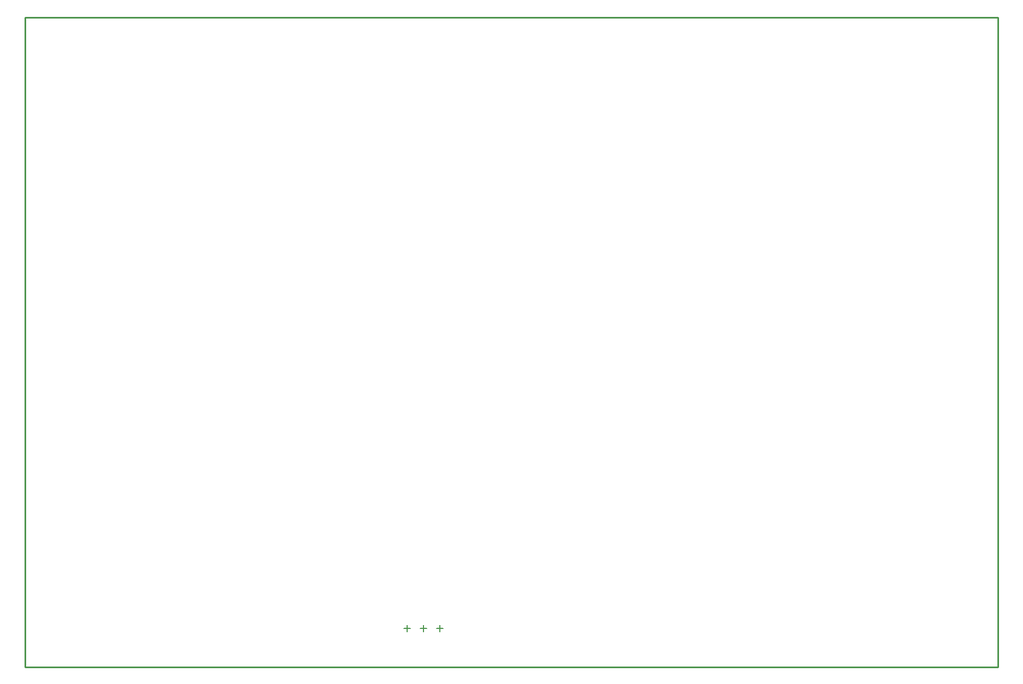
<source format=gko>
G04 Layer: BoardOutline*
G04 EasyEDA v6.3.22, 2020-01-23T21:12:46--5:00*
G04 cdd6f56302204649af62c86a061be503,dfa15b47affc40b8846523cd8aea0214,10*
G04 Gerber Generator version 0.2*
G04 Scale: 100 percent, Rotated: No, Reflected: No *
G04 Dimensions in inches *
G04 leading zeros omitted , absolute positions ,2 integer and 4 decimal *
%FSLAX24Y24*%
%MOIN*%
G90*
G70D02*

%ADD10C,0.010000*%
%ADD11C,0.005000*%
G54D10*
G01X0Y39700D02*
G01X59500Y39700D01*
G01X59500Y0D01*
G01X0Y0D01*
G01X0Y39700D01*
G54D11*
G01X23552Y2348D02*
G01X23152Y2348D01*
G01X23352Y2148D02*
G01X23352Y2548D01*
G01X24552Y2348D02*
G01X24152Y2348D01*
G01X24352Y2148D02*
G01X24352Y2548D01*
G01X25552Y2348D02*
G01X25152Y2348D01*
G01X25352Y2148D02*
G01X25352Y2548D01*

%LPD*%
M00*
M02*

</source>
